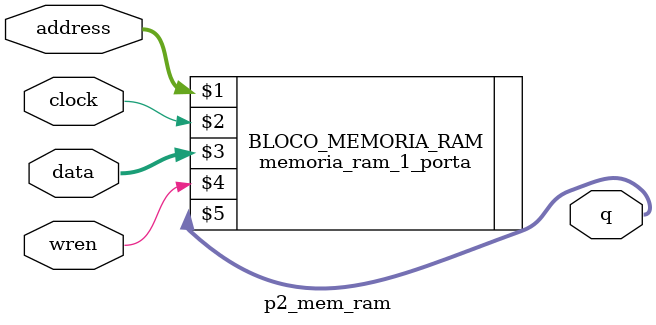
<source format=v>
module p2_mem_ram(clock, address, wren, data, q);
// module memoria_ram_1_porta (address,clock,data,wren,q);
	input [4:0] address;
	input wren;
	input [7:0]data;
	input clock;
	output [7:0]q;
	memoria_ram_1_porta BLOCO_MEMORIA_RAM(address, clock, data, wren, q);
endmodule 
</source>
